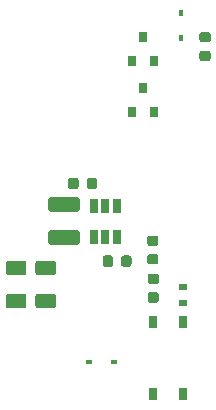
<source format=gtp>
G04 #@! TF.GenerationSoftware,KiCad,Pcbnew,5.1.5+dfsg1-2build2*
G04 #@! TF.CreationDate,2022-10-24T00:29:02+02:00*
G04 #@! TF.ProjectId,MBus_to_radio,4d427573-5f74-46f5-9f72-6164696f2e6b,rev?*
G04 #@! TF.SameCoordinates,Original*
G04 #@! TF.FileFunction,Paste,Top*
G04 #@! TF.FilePolarity,Positive*
%FSLAX46Y46*%
G04 Gerber Fmt 4.6, Leading zero omitted, Abs format (unit mm)*
G04 Created by KiCad (PCBNEW 5.1.5+dfsg1-2build2) date 2022-10-24 00:29:02*
%MOMM*%
%LPD*%
G04 APERTURE LIST*
%ADD10R,0.650000X1.220000*%
%ADD11C,0.100000*%
%ADD12R,0.800000X0.900000*%
%ADD13R,0.450000X0.600000*%
%ADD14R,0.700000X0.600000*%
%ADD15R,0.600000X0.450000*%
%ADD16R,0.800000X1.000000*%
G04 APERTURE END LIST*
D10*
X108041400Y-90017600D03*
X108991400Y-90017600D03*
X109941400Y-90017600D03*
X109941400Y-92637600D03*
X108991400Y-92637600D03*
X108041400Y-92637600D03*
D11*
G36*
X113282291Y-94076953D02*
G01*
X113303526Y-94080103D01*
X113324350Y-94085319D01*
X113344562Y-94092551D01*
X113363968Y-94101730D01*
X113382381Y-94112766D01*
X113399624Y-94125554D01*
X113415530Y-94139970D01*
X113429946Y-94155876D01*
X113442734Y-94173119D01*
X113453770Y-94191532D01*
X113462949Y-94210938D01*
X113470181Y-94231150D01*
X113475397Y-94251974D01*
X113478547Y-94273209D01*
X113479600Y-94294650D01*
X113479600Y-94732150D01*
X113478547Y-94753591D01*
X113475397Y-94774826D01*
X113470181Y-94795650D01*
X113462949Y-94815862D01*
X113453770Y-94835268D01*
X113442734Y-94853681D01*
X113429946Y-94870924D01*
X113415530Y-94886830D01*
X113399624Y-94901246D01*
X113382381Y-94914034D01*
X113363968Y-94925070D01*
X113344562Y-94934249D01*
X113324350Y-94941481D01*
X113303526Y-94946697D01*
X113282291Y-94949847D01*
X113260850Y-94950900D01*
X112748350Y-94950900D01*
X112726909Y-94949847D01*
X112705674Y-94946697D01*
X112684850Y-94941481D01*
X112664638Y-94934249D01*
X112645232Y-94925070D01*
X112626819Y-94914034D01*
X112609576Y-94901246D01*
X112593670Y-94886830D01*
X112579254Y-94870924D01*
X112566466Y-94853681D01*
X112555430Y-94835268D01*
X112546251Y-94815862D01*
X112539019Y-94795650D01*
X112533803Y-94774826D01*
X112530653Y-94753591D01*
X112529600Y-94732150D01*
X112529600Y-94294650D01*
X112530653Y-94273209D01*
X112533803Y-94251974D01*
X112539019Y-94231150D01*
X112546251Y-94210938D01*
X112555430Y-94191532D01*
X112566466Y-94173119D01*
X112579254Y-94155876D01*
X112593670Y-94139970D01*
X112609576Y-94125554D01*
X112626819Y-94112766D01*
X112645232Y-94101730D01*
X112664638Y-94092551D01*
X112684850Y-94085319D01*
X112705674Y-94080103D01*
X112726909Y-94076953D01*
X112748350Y-94075900D01*
X113260850Y-94075900D01*
X113282291Y-94076953D01*
G37*
G36*
X113282291Y-92501953D02*
G01*
X113303526Y-92505103D01*
X113324350Y-92510319D01*
X113344562Y-92517551D01*
X113363968Y-92526730D01*
X113382381Y-92537766D01*
X113399624Y-92550554D01*
X113415530Y-92564970D01*
X113429946Y-92580876D01*
X113442734Y-92598119D01*
X113453770Y-92616532D01*
X113462949Y-92635938D01*
X113470181Y-92656150D01*
X113475397Y-92676974D01*
X113478547Y-92698209D01*
X113479600Y-92719650D01*
X113479600Y-93157150D01*
X113478547Y-93178591D01*
X113475397Y-93199826D01*
X113470181Y-93220650D01*
X113462949Y-93240862D01*
X113453770Y-93260268D01*
X113442734Y-93278681D01*
X113429946Y-93295924D01*
X113415530Y-93311830D01*
X113399624Y-93326246D01*
X113382381Y-93339034D01*
X113363968Y-93350070D01*
X113344562Y-93359249D01*
X113324350Y-93366481D01*
X113303526Y-93371697D01*
X113282291Y-93374847D01*
X113260850Y-93375900D01*
X112748350Y-93375900D01*
X112726909Y-93374847D01*
X112705674Y-93371697D01*
X112684850Y-93366481D01*
X112664638Y-93359249D01*
X112645232Y-93350070D01*
X112626819Y-93339034D01*
X112609576Y-93326246D01*
X112593670Y-93311830D01*
X112579254Y-93295924D01*
X112566466Y-93278681D01*
X112555430Y-93260268D01*
X112546251Y-93240862D01*
X112539019Y-93220650D01*
X112533803Y-93199826D01*
X112530653Y-93178591D01*
X112529600Y-93157150D01*
X112529600Y-92719650D01*
X112530653Y-92698209D01*
X112533803Y-92676974D01*
X112539019Y-92656150D01*
X112546251Y-92635938D01*
X112555430Y-92616532D01*
X112566466Y-92598119D01*
X112579254Y-92580876D01*
X112593670Y-92564970D01*
X112609576Y-92550554D01*
X112626819Y-92537766D01*
X112645232Y-92526730D01*
X112664638Y-92517551D01*
X112684850Y-92510319D01*
X112705674Y-92505103D01*
X112726909Y-92501953D01*
X112748350Y-92500900D01*
X113260850Y-92500900D01*
X113282291Y-92501953D01*
G37*
G36*
X113307691Y-97302753D02*
G01*
X113328926Y-97305903D01*
X113349750Y-97311119D01*
X113369962Y-97318351D01*
X113389368Y-97327530D01*
X113407781Y-97338566D01*
X113425024Y-97351354D01*
X113440930Y-97365770D01*
X113455346Y-97381676D01*
X113468134Y-97398919D01*
X113479170Y-97417332D01*
X113488349Y-97436738D01*
X113495581Y-97456950D01*
X113500797Y-97477774D01*
X113503947Y-97499009D01*
X113505000Y-97520450D01*
X113505000Y-97957950D01*
X113503947Y-97979391D01*
X113500797Y-98000626D01*
X113495581Y-98021450D01*
X113488349Y-98041662D01*
X113479170Y-98061068D01*
X113468134Y-98079481D01*
X113455346Y-98096724D01*
X113440930Y-98112630D01*
X113425024Y-98127046D01*
X113407781Y-98139834D01*
X113389368Y-98150870D01*
X113369962Y-98160049D01*
X113349750Y-98167281D01*
X113328926Y-98172497D01*
X113307691Y-98175647D01*
X113286250Y-98176700D01*
X112773750Y-98176700D01*
X112752309Y-98175647D01*
X112731074Y-98172497D01*
X112710250Y-98167281D01*
X112690038Y-98160049D01*
X112670632Y-98150870D01*
X112652219Y-98139834D01*
X112634976Y-98127046D01*
X112619070Y-98112630D01*
X112604654Y-98096724D01*
X112591866Y-98079481D01*
X112580830Y-98061068D01*
X112571651Y-98041662D01*
X112564419Y-98021450D01*
X112559203Y-98000626D01*
X112556053Y-97979391D01*
X112555000Y-97957950D01*
X112555000Y-97520450D01*
X112556053Y-97499009D01*
X112559203Y-97477774D01*
X112564419Y-97456950D01*
X112571651Y-97436738D01*
X112580830Y-97417332D01*
X112591866Y-97398919D01*
X112604654Y-97381676D01*
X112619070Y-97365770D01*
X112634976Y-97351354D01*
X112652219Y-97338566D01*
X112670632Y-97327530D01*
X112690038Y-97318351D01*
X112710250Y-97311119D01*
X112731074Y-97305903D01*
X112752309Y-97302753D01*
X112773750Y-97301700D01*
X113286250Y-97301700D01*
X113307691Y-97302753D01*
G37*
G36*
X113307691Y-95727753D02*
G01*
X113328926Y-95730903D01*
X113349750Y-95736119D01*
X113369962Y-95743351D01*
X113389368Y-95752530D01*
X113407781Y-95763566D01*
X113425024Y-95776354D01*
X113440930Y-95790770D01*
X113455346Y-95806676D01*
X113468134Y-95823919D01*
X113479170Y-95842332D01*
X113488349Y-95861738D01*
X113495581Y-95881950D01*
X113500797Y-95902774D01*
X113503947Y-95924009D01*
X113505000Y-95945450D01*
X113505000Y-96382950D01*
X113503947Y-96404391D01*
X113500797Y-96425626D01*
X113495581Y-96446450D01*
X113488349Y-96466662D01*
X113479170Y-96486068D01*
X113468134Y-96504481D01*
X113455346Y-96521724D01*
X113440930Y-96537630D01*
X113425024Y-96552046D01*
X113407781Y-96564834D01*
X113389368Y-96575870D01*
X113369962Y-96585049D01*
X113349750Y-96592281D01*
X113328926Y-96597497D01*
X113307691Y-96600647D01*
X113286250Y-96601700D01*
X112773750Y-96601700D01*
X112752309Y-96600647D01*
X112731074Y-96597497D01*
X112710250Y-96592281D01*
X112690038Y-96585049D01*
X112670632Y-96575870D01*
X112652219Y-96564834D01*
X112634976Y-96552046D01*
X112619070Y-96537630D01*
X112604654Y-96521724D01*
X112591866Y-96504481D01*
X112580830Y-96486068D01*
X112571651Y-96466662D01*
X112564419Y-96446450D01*
X112559203Y-96425626D01*
X112556053Y-96404391D01*
X112555000Y-96382950D01*
X112555000Y-95945450D01*
X112556053Y-95924009D01*
X112559203Y-95902774D01*
X112564419Y-95881950D01*
X112571651Y-95861738D01*
X112580830Y-95842332D01*
X112591866Y-95823919D01*
X112604654Y-95806676D01*
X112619070Y-95790770D01*
X112634976Y-95776354D01*
X112652219Y-95763566D01*
X112670632Y-95752530D01*
X112690038Y-95743351D01*
X112710250Y-95736119D01*
X112731074Y-95730903D01*
X112752309Y-95727753D01*
X112773750Y-95726700D01*
X113286250Y-95726700D01*
X113307691Y-95727753D01*
G37*
D12*
X112179100Y-80000600D03*
X113129100Y-82000600D03*
X111229100Y-82000600D03*
X112179100Y-75704700D03*
X113129100Y-77704700D03*
X111229100Y-77704700D03*
D11*
G36*
X106573004Y-92035404D02*
G01*
X106597273Y-92039004D01*
X106621071Y-92044965D01*
X106644171Y-92053230D01*
X106666349Y-92063720D01*
X106687393Y-92076333D01*
X106707098Y-92090947D01*
X106725277Y-92107423D01*
X106741753Y-92125602D01*
X106756367Y-92145307D01*
X106768980Y-92166351D01*
X106779470Y-92188529D01*
X106787735Y-92211629D01*
X106793696Y-92235427D01*
X106797296Y-92259696D01*
X106798500Y-92284200D01*
X106798500Y-93034200D01*
X106797296Y-93058704D01*
X106793696Y-93082973D01*
X106787735Y-93106771D01*
X106779470Y-93129871D01*
X106768980Y-93152049D01*
X106756367Y-93173093D01*
X106741753Y-93192798D01*
X106725277Y-93210977D01*
X106707098Y-93227453D01*
X106687393Y-93242067D01*
X106666349Y-93254680D01*
X106644171Y-93265170D01*
X106621071Y-93273435D01*
X106597273Y-93279396D01*
X106573004Y-93282996D01*
X106548500Y-93284200D01*
X104398500Y-93284200D01*
X104373996Y-93282996D01*
X104349727Y-93279396D01*
X104325929Y-93273435D01*
X104302829Y-93265170D01*
X104280651Y-93254680D01*
X104259607Y-93242067D01*
X104239902Y-93227453D01*
X104221723Y-93210977D01*
X104205247Y-93192798D01*
X104190633Y-93173093D01*
X104178020Y-93152049D01*
X104167530Y-93129871D01*
X104159265Y-93106771D01*
X104153304Y-93082973D01*
X104149704Y-93058704D01*
X104148500Y-93034200D01*
X104148500Y-92284200D01*
X104149704Y-92259696D01*
X104153304Y-92235427D01*
X104159265Y-92211629D01*
X104167530Y-92188529D01*
X104178020Y-92166351D01*
X104190633Y-92145307D01*
X104205247Y-92125602D01*
X104221723Y-92107423D01*
X104239902Y-92090947D01*
X104259607Y-92076333D01*
X104280651Y-92063720D01*
X104302829Y-92053230D01*
X104325929Y-92044965D01*
X104349727Y-92039004D01*
X104373996Y-92035404D01*
X104398500Y-92034200D01*
X106548500Y-92034200D01*
X106573004Y-92035404D01*
G37*
G36*
X106573004Y-89235404D02*
G01*
X106597273Y-89239004D01*
X106621071Y-89244965D01*
X106644171Y-89253230D01*
X106666349Y-89263720D01*
X106687393Y-89276333D01*
X106707098Y-89290947D01*
X106725277Y-89307423D01*
X106741753Y-89325602D01*
X106756367Y-89345307D01*
X106768980Y-89366351D01*
X106779470Y-89388529D01*
X106787735Y-89411629D01*
X106793696Y-89435427D01*
X106797296Y-89459696D01*
X106798500Y-89484200D01*
X106798500Y-90234200D01*
X106797296Y-90258704D01*
X106793696Y-90282973D01*
X106787735Y-90306771D01*
X106779470Y-90329871D01*
X106768980Y-90352049D01*
X106756367Y-90373093D01*
X106741753Y-90392798D01*
X106725277Y-90410977D01*
X106707098Y-90427453D01*
X106687393Y-90442067D01*
X106666349Y-90454680D01*
X106644171Y-90465170D01*
X106621071Y-90473435D01*
X106597273Y-90479396D01*
X106573004Y-90482996D01*
X106548500Y-90484200D01*
X104398500Y-90484200D01*
X104373996Y-90482996D01*
X104349727Y-90479396D01*
X104325929Y-90473435D01*
X104302829Y-90465170D01*
X104280651Y-90454680D01*
X104259607Y-90442067D01*
X104239902Y-90427453D01*
X104221723Y-90410977D01*
X104205247Y-90392798D01*
X104190633Y-90373093D01*
X104178020Y-90352049D01*
X104167530Y-90329871D01*
X104159265Y-90306771D01*
X104153304Y-90282973D01*
X104149704Y-90258704D01*
X104148500Y-90234200D01*
X104148500Y-89484200D01*
X104149704Y-89459696D01*
X104153304Y-89435427D01*
X104159265Y-89411629D01*
X104167530Y-89388529D01*
X104178020Y-89366351D01*
X104190633Y-89345307D01*
X104205247Y-89325602D01*
X104221723Y-89307423D01*
X104239902Y-89290947D01*
X104259607Y-89276333D01*
X104280651Y-89263720D01*
X104302829Y-89253230D01*
X104325929Y-89244965D01*
X104349727Y-89239004D01*
X104373996Y-89235404D01*
X104398500Y-89234200D01*
X106548500Y-89234200D01*
X106573004Y-89235404D01*
G37*
D13*
X115417600Y-73638700D03*
X115417600Y-75738700D03*
D14*
X115544600Y-98221800D03*
X115544600Y-96821800D03*
D15*
X109711200Y-103238300D03*
X107611200Y-103238300D03*
D16*
X113030000Y-99795000D03*
X115570000Y-99795000D03*
X115570000Y-105945000D03*
X113030000Y-105945000D03*
D11*
G36*
X117701891Y-75280953D02*
G01*
X117723126Y-75284103D01*
X117743950Y-75289319D01*
X117764162Y-75296551D01*
X117783568Y-75305730D01*
X117801981Y-75316766D01*
X117819224Y-75329554D01*
X117835130Y-75343970D01*
X117849546Y-75359876D01*
X117862334Y-75377119D01*
X117873370Y-75395532D01*
X117882549Y-75414938D01*
X117889781Y-75435150D01*
X117894997Y-75455974D01*
X117898147Y-75477209D01*
X117899200Y-75498650D01*
X117899200Y-75936150D01*
X117898147Y-75957591D01*
X117894997Y-75978826D01*
X117889781Y-75999650D01*
X117882549Y-76019862D01*
X117873370Y-76039268D01*
X117862334Y-76057681D01*
X117849546Y-76074924D01*
X117835130Y-76090830D01*
X117819224Y-76105246D01*
X117801981Y-76118034D01*
X117783568Y-76129070D01*
X117764162Y-76138249D01*
X117743950Y-76145481D01*
X117723126Y-76150697D01*
X117701891Y-76153847D01*
X117680450Y-76154900D01*
X117167950Y-76154900D01*
X117146509Y-76153847D01*
X117125274Y-76150697D01*
X117104450Y-76145481D01*
X117084238Y-76138249D01*
X117064832Y-76129070D01*
X117046419Y-76118034D01*
X117029176Y-76105246D01*
X117013270Y-76090830D01*
X116998854Y-76074924D01*
X116986066Y-76057681D01*
X116975030Y-76039268D01*
X116965851Y-76019862D01*
X116958619Y-75999650D01*
X116953403Y-75978826D01*
X116950253Y-75957591D01*
X116949200Y-75936150D01*
X116949200Y-75498650D01*
X116950253Y-75477209D01*
X116953403Y-75455974D01*
X116958619Y-75435150D01*
X116965851Y-75414938D01*
X116975030Y-75395532D01*
X116986066Y-75377119D01*
X116998854Y-75359876D01*
X117013270Y-75343970D01*
X117029176Y-75329554D01*
X117046419Y-75316766D01*
X117064832Y-75305730D01*
X117084238Y-75296551D01*
X117104450Y-75289319D01*
X117125274Y-75284103D01*
X117146509Y-75280953D01*
X117167950Y-75279900D01*
X117680450Y-75279900D01*
X117701891Y-75280953D01*
G37*
G36*
X117701891Y-76855953D02*
G01*
X117723126Y-76859103D01*
X117743950Y-76864319D01*
X117764162Y-76871551D01*
X117783568Y-76880730D01*
X117801981Y-76891766D01*
X117819224Y-76904554D01*
X117835130Y-76918970D01*
X117849546Y-76934876D01*
X117862334Y-76952119D01*
X117873370Y-76970532D01*
X117882549Y-76989938D01*
X117889781Y-77010150D01*
X117894997Y-77030974D01*
X117898147Y-77052209D01*
X117899200Y-77073650D01*
X117899200Y-77511150D01*
X117898147Y-77532591D01*
X117894997Y-77553826D01*
X117889781Y-77574650D01*
X117882549Y-77594862D01*
X117873370Y-77614268D01*
X117862334Y-77632681D01*
X117849546Y-77649924D01*
X117835130Y-77665830D01*
X117819224Y-77680246D01*
X117801981Y-77693034D01*
X117783568Y-77704070D01*
X117764162Y-77713249D01*
X117743950Y-77720481D01*
X117723126Y-77725697D01*
X117701891Y-77728847D01*
X117680450Y-77729900D01*
X117167950Y-77729900D01*
X117146509Y-77728847D01*
X117125274Y-77725697D01*
X117104450Y-77720481D01*
X117084238Y-77713249D01*
X117064832Y-77704070D01*
X117046419Y-77693034D01*
X117029176Y-77680246D01*
X117013270Y-77665830D01*
X116998854Y-77649924D01*
X116986066Y-77632681D01*
X116975030Y-77614268D01*
X116965851Y-77594862D01*
X116958619Y-77574650D01*
X116953403Y-77553826D01*
X116950253Y-77532591D01*
X116949200Y-77511150D01*
X116949200Y-77073650D01*
X116950253Y-77052209D01*
X116953403Y-77030974D01*
X116958619Y-77010150D01*
X116965851Y-76989938D01*
X116975030Y-76970532D01*
X116986066Y-76952119D01*
X116998854Y-76934876D01*
X117013270Y-76918970D01*
X117029176Y-76904554D01*
X117046419Y-76891766D01*
X117064832Y-76880730D01*
X117084238Y-76871551D01*
X117104450Y-76864319D01*
X117125274Y-76859103D01*
X117146509Y-76855953D01*
X117167950Y-76854900D01*
X117680450Y-76854900D01*
X117701891Y-76855953D01*
G37*
G36*
X104586304Y-97420204D02*
G01*
X104610573Y-97423804D01*
X104634371Y-97429765D01*
X104657471Y-97438030D01*
X104679649Y-97448520D01*
X104700693Y-97461133D01*
X104720398Y-97475747D01*
X104738577Y-97492223D01*
X104755053Y-97510402D01*
X104769667Y-97530107D01*
X104782280Y-97551151D01*
X104792770Y-97573329D01*
X104801035Y-97596429D01*
X104806996Y-97620227D01*
X104810596Y-97644496D01*
X104811800Y-97669000D01*
X104811800Y-98419000D01*
X104810596Y-98443504D01*
X104806996Y-98467773D01*
X104801035Y-98491571D01*
X104792770Y-98514671D01*
X104782280Y-98536849D01*
X104769667Y-98557893D01*
X104755053Y-98577598D01*
X104738577Y-98595777D01*
X104720398Y-98612253D01*
X104700693Y-98626867D01*
X104679649Y-98639480D01*
X104657471Y-98649970D01*
X104634371Y-98658235D01*
X104610573Y-98664196D01*
X104586304Y-98667796D01*
X104561800Y-98669000D01*
X103311800Y-98669000D01*
X103287296Y-98667796D01*
X103263027Y-98664196D01*
X103239229Y-98658235D01*
X103216129Y-98649970D01*
X103193951Y-98639480D01*
X103172907Y-98626867D01*
X103153202Y-98612253D01*
X103135023Y-98595777D01*
X103118547Y-98577598D01*
X103103933Y-98557893D01*
X103091320Y-98536849D01*
X103080830Y-98514671D01*
X103072565Y-98491571D01*
X103066604Y-98467773D01*
X103063004Y-98443504D01*
X103061800Y-98419000D01*
X103061800Y-97669000D01*
X103063004Y-97644496D01*
X103066604Y-97620227D01*
X103072565Y-97596429D01*
X103080830Y-97573329D01*
X103091320Y-97551151D01*
X103103933Y-97530107D01*
X103118547Y-97510402D01*
X103135023Y-97492223D01*
X103153202Y-97475747D01*
X103172907Y-97461133D01*
X103193951Y-97448520D01*
X103216129Y-97438030D01*
X103239229Y-97429765D01*
X103263027Y-97423804D01*
X103287296Y-97420204D01*
X103311800Y-97419000D01*
X104561800Y-97419000D01*
X104586304Y-97420204D01*
G37*
G36*
X104586304Y-94620204D02*
G01*
X104610573Y-94623804D01*
X104634371Y-94629765D01*
X104657471Y-94638030D01*
X104679649Y-94648520D01*
X104700693Y-94661133D01*
X104720398Y-94675747D01*
X104738577Y-94692223D01*
X104755053Y-94710402D01*
X104769667Y-94730107D01*
X104782280Y-94751151D01*
X104792770Y-94773329D01*
X104801035Y-94796429D01*
X104806996Y-94820227D01*
X104810596Y-94844496D01*
X104811800Y-94869000D01*
X104811800Y-95619000D01*
X104810596Y-95643504D01*
X104806996Y-95667773D01*
X104801035Y-95691571D01*
X104792770Y-95714671D01*
X104782280Y-95736849D01*
X104769667Y-95757893D01*
X104755053Y-95777598D01*
X104738577Y-95795777D01*
X104720398Y-95812253D01*
X104700693Y-95826867D01*
X104679649Y-95839480D01*
X104657471Y-95849970D01*
X104634371Y-95858235D01*
X104610573Y-95864196D01*
X104586304Y-95867796D01*
X104561800Y-95869000D01*
X103311800Y-95869000D01*
X103287296Y-95867796D01*
X103263027Y-95864196D01*
X103239229Y-95858235D01*
X103216129Y-95849970D01*
X103193951Y-95839480D01*
X103172907Y-95826867D01*
X103153202Y-95812253D01*
X103135023Y-95795777D01*
X103118547Y-95777598D01*
X103103933Y-95757893D01*
X103091320Y-95736849D01*
X103080830Y-95714671D01*
X103072565Y-95691571D01*
X103066604Y-95667773D01*
X103063004Y-95643504D01*
X103061800Y-95619000D01*
X103061800Y-94869000D01*
X103063004Y-94844496D01*
X103066604Y-94820227D01*
X103072565Y-94796429D01*
X103080830Y-94773329D01*
X103091320Y-94751151D01*
X103103933Y-94730107D01*
X103118547Y-94710402D01*
X103135023Y-94692223D01*
X103153202Y-94675747D01*
X103172907Y-94661133D01*
X103193951Y-94648520D01*
X103216129Y-94638030D01*
X103239229Y-94629765D01*
X103263027Y-94623804D01*
X103287296Y-94620204D01*
X103311800Y-94619000D01*
X104561800Y-94619000D01*
X104586304Y-94620204D01*
G37*
G36*
X102071704Y-97420204D02*
G01*
X102095973Y-97423804D01*
X102119771Y-97429765D01*
X102142871Y-97438030D01*
X102165049Y-97448520D01*
X102186093Y-97461133D01*
X102205798Y-97475747D01*
X102223977Y-97492223D01*
X102240453Y-97510402D01*
X102255067Y-97530107D01*
X102267680Y-97551151D01*
X102278170Y-97573329D01*
X102286435Y-97596429D01*
X102292396Y-97620227D01*
X102295996Y-97644496D01*
X102297200Y-97669000D01*
X102297200Y-98419000D01*
X102295996Y-98443504D01*
X102292396Y-98467773D01*
X102286435Y-98491571D01*
X102278170Y-98514671D01*
X102267680Y-98536849D01*
X102255067Y-98557893D01*
X102240453Y-98577598D01*
X102223977Y-98595777D01*
X102205798Y-98612253D01*
X102186093Y-98626867D01*
X102165049Y-98639480D01*
X102142871Y-98649970D01*
X102119771Y-98658235D01*
X102095973Y-98664196D01*
X102071704Y-98667796D01*
X102047200Y-98669000D01*
X100797200Y-98669000D01*
X100772696Y-98667796D01*
X100748427Y-98664196D01*
X100724629Y-98658235D01*
X100701529Y-98649970D01*
X100679351Y-98639480D01*
X100658307Y-98626867D01*
X100638602Y-98612253D01*
X100620423Y-98595777D01*
X100603947Y-98577598D01*
X100589333Y-98557893D01*
X100576720Y-98536849D01*
X100566230Y-98514671D01*
X100557965Y-98491571D01*
X100552004Y-98467773D01*
X100548404Y-98443504D01*
X100547200Y-98419000D01*
X100547200Y-97669000D01*
X100548404Y-97644496D01*
X100552004Y-97620227D01*
X100557965Y-97596429D01*
X100566230Y-97573329D01*
X100576720Y-97551151D01*
X100589333Y-97530107D01*
X100603947Y-97510402D01*
X100620423Y-97492223D01*
X100638602Y-97475747D01*
X100658307Y-97461133D01*
X100679351Y-97448520D01*
X100701529Y-97438030D01*
X100724629Y-97429765D01*
X100748427Y-97423804D01*
X100772696Y-97420204D01*
X100797200Y-97419000D01*
X102047200Y-97419000D01*
X102071704Y-97420204D01*
G37*
G36*
X102071704Y-94620204D02*
G01*
X102095973Y-94623804D01*
X102119771Y-94629765D01*
X102142871Y-94638030D01*
X102165049Y-94648520D01*
X102186093Y-94661133D01*
X102205798Y-94675747D01*
X102223977Y-94692223D01*
X102240453Y-94710402D01*
X102255067Y-94730107D01*
X102267680Y-94751151D01*
X102278170Y-94773329D01*
X102286435Y-94796429D01*
X102292396Y-94820227D01*
X102295996Y-94844496D01*
X102297200Y-94869000D01*
X102297200Y-95619000D01*
X102295996Y-95643504D01*
X102292396Y-95667773D01*
X102286435Y-95691571D01*
X102278170Y-95714671D01*
X102267680Y-95736849D01*
X102255067Y-95757893D01*
X102240453Y-95777598D01*
X102223977Y-95795777D01*
X102205798Y-95812253D01*
X102186093Y-95826867D01*
X102165049Y-95839480D01*
X102142871Y-95849970D01*
X102119771Y-95858235D01*
X102095973Y-95864196D01*
X102071704Y-95867796D01*
X102047200Y-95869000D01*
X100797200Y-95869000D01*
X100772696Y-95867796D01*
X100748427Y-95864196D01*
X100724629Y-95858235D01*
X100701529Y-95849970D01*
X100679351Y-95839480D01*
X100658307Y-95826867D01*
X100638602Y-95812253D01*
X100620423Y-95795777D01*
X100603947Y-95777598D01*
X100589333Y-95757893D01*
X100576720Y-95736849D01*
X100566230Y-95714671D01*
X100557965Y-95691571D01*
X100552004Y-95667773D01*
X100548404Y-95643504D01*
X100547200Y-95619000D01*
X100547200Y-94869000D01*
X100548404Y-94844496D01*
X100552004Y-94820227D01*
X100557965Y-94796429D01*
X100566230Y-94773329D01*
X100576720Y-94751151D01*
X100589333Y-94730107D01*
X100603947Y-94710402D01*
X100620423Y-94692223D01*
X100638602Y-94675747D01*
X100658307Y-94661133D01*
X100679351Y-94648520D01*
X100701529Y-94638030D01*
X100724629Y-94629765D01*
X100748427Y-94623804D01*
X100772696Y-94620204D01*
X100797200Y-94619000D01*
X102047200Y-94619000D01*
X102071704Y-94620204D01*
G37*
G36*
X106513791Y-87613253D02*
G01*
X106535026Y-87616403D01*
X106555850Y-87621619D01*
X106576062Y-87628851D01*
X106595468Y-87638030D01*
X106613881Y-87649066D01*
X106631124Y-87661854D01*
X106647030Y-87676270D01*
X106661446Y-87692176D01*
X106674234Y-87709419D01*
X106685270Y-87727832D01*
X106694449Y-87747238D01*
X106701681Y-87767450D01*
X106706897Y-87788274D01*
X106710047Y-87809509D01*
X106711100Y-87830950D01*
X106711100Y-88343450D01*
X106710047Y-88364891D01*
X106706897Y-88386126D01*
X106701681Y-88406950D01*
X106694449Y-88427162D01*
X106685270Y-88446568D01*
X106674234Y-88464981D01*
X106661446Y-88482224D01*
X106647030Y-88498130D01*
X106631124Y-88512546D01*
X106613881Y-88525334D01*
X106595468Y-88536370D01*
X106576062Y-88545549D01*
X106555850Y-88552781D01*
X106535026Y-88557997D01*
X106513791Y-88561147D01*
X106492350Y-88562200D01*
X106054850Y-88562200D01*
X106033409Y-88561147D01*
X106012174Y-88557997D01*
X105991350Y-88552781D01*
X105971138Y-88545549D01*
X105951732Y-88536370D01*
X105933319Y-88525334D01*
X105916076Y-88512546D01*
X105900170Y-88498130D01*
X105885754Y-88482224D01*
X105872966Y-88464981D01*
X105861930Y-88446568D01*
X105852751Y-88427162D01*
X105845519Y-88406950D01*
X105840303Y-88386126D01*
X105837153Y-88364891D01*
X105836100Y-88343450D01*
X105836100Y-87830950D01*
X105837153Y-87809509D01*
X105840303Y-87788274D01*
X105845519Y-87767450D01*
X105852751Y-87747238D01*
X105861930Y-87727832D01*
X105872966Y-87709419D01*
X105885754Y-87692176D01*
X105900170Y-87676270D01*
X105916076Y-87661854D01*
X105933319Y-87649066D01*
X105951732Y-87638030D01*
X105971138Y-87628851D01*
X105991350Y-87621619D01*
X106012174Y-87616403D01*
X106033409Y-87613253D01*
X106054850Y-87612200D01*
X106492350Y-87612200D01*
X106513791Y-87613253D01*
G37*
G36*
X108088791Y-87613253D02*
G01*
X108110026Y-87616403D01*
X108130850Y-87621619D01*
X108151062Y-87628851D01*
X108170468Y-87638030D01*
X108188881Y-87649066D01*
X108206124Y-87661854D01*
X108222030Y-87676270D01*
X108236446Y-87692176D01*
X108249234Y-87709419D01*
X108260270Y-87727832D01*
X108269449Y-87747238D01*
X108276681Y-87767450D01*
X108281897Y-87788274D01*
X108285047Y-87809509D01*
X108286100Y-87830950D01*
X108286100Y-88343450D01*
X108285047Y-88364891D01*
X108281897Y-88386126D01*
X108276681Y-88406950D01*
X108269449Y-88427162D01*
X108260270Y-88446568D01*
X108249234Y-88464981D01*
X108236446Y-88482224D01*
X108222030Y-88498130D01*
X108206124Y-88512546D01*
X108188881Y-88525334D01*
X108170468Y-88536370D01*
X108151062Y-88545549D01*
X108130850Y-88552781D01*
X108110026Y-88557997D01*
X108088791Y-88561147D01*
X108067350Y-88562200D01*
X107629850Y-88562200D01*
X107608409Y-88561147D01*
X107587174Y-88557997D01*
X107566350Y-88552781D01*
X107546138Y-88545549D01*
X107526732Y-88536370D01*
X107508319Y-88525334D01*
X107491076Y-88512546D01*
X107475170Y-88498130D01*
X107460754Y-88482224D01*
X107447966Y-88464981D01*
X107436930Y-88446568D01*
X107427751Y-88427162D01*
X107420519Y-88406950D01*
X107415303Y-88386126D01*
X107412153Y-88364891D01*
X107411100Y-88343450D01*
X107411100Y-87830950D01*
X107412153Y-87809509D01*
X107415303Y-87788274D01*
X107420519Y-87767450D01*
X107427751Y-87747238D01*
X107436930Y-87727832D01*
X107447966Y-87709419D01*
X107460754Y-87692176D01*
X107475170Y-87676270D01*
X107491076Y-87661854D01*
X107508319Y-87649066D01*
X107526732Y-87638030D01*
X107546138Y-87628851D01*
X107566350Y-87621619D01*
X107587174Y-87616403D01*
X107608409Y-87613253D01*
X107629850Y-87612200D01*
X108067350Y-87612200D01*
X108088791Y-87613253D01*
G37*
G36*
X109422091Y-94191853D02*
G01*
X109443326Y-94195003D01*
X109464150Y-94200219D01*
X109484362Y-94207451D01*
X109503768Y-94216630D01*
X109522181Y-94227666D01*
X109539424Y-94240454D01*
X109555330Y-94254870D01*
X109569746Y-94270776D01*
X109582534Y-94288019D01*
X109593570Y-94306432D01*
X109602749Y-94325838D01*
X109609981Y-94346050D01*
X109615197Y-94366874D01*
X109618347Y-94388109D01*
X109619400Y-94409550D01*
X109619400Y-94922050D01*
X109618347Y-94943491D01*
X109615197Y-94964726D01*
X109609981Y-94985550D01*
X109602749Y-95005762D01*
X109593570Y-95025168D01*
X109582534Y-95043581D01*
X109569746Y-95060824D01*
X109555330Y-95076730D01*
X109539424Y-95091146D01*
X109522181Y-95103934D01*
X109503768Y-95114970D01*
X109484362Y-95124149D01*
X109464150Y-95131381D01*
X109443326Y-95136597D01*
X109422091Y-95139747D01*
X109400650Y-95140800D01*
X108963150Y-95140800D01*
X108941709Y-95139747D01*
X108920474Y-95136597D01*
X108899650Y-95131381D01*
X108879438Y-95124149D01*
X108860032Y-95114970D01*
X108841619Y-95103934D01*
X108824376Y-95091146D01*
X108808470Y-95076730D01*
X108794054Y-95060824D01*
X108781266Y-95043581D01*
X108770230Y-95025168D01*
X108761051Y-95005762D01*
X108753819Y-94985550D01*
X108748603Y-94964726D01*
X108745453Y-94943491D01*
X108744400Y-94922050D01*
X108744400Y-94409550D01*
X108745453Y-94388109D01*
X108748603Y-94366874D01*
X108753819Y-94346050D01*
X108761051Y-94325838D01*
X108770230Y-94306432D01*
X108781266Y-94288019D01*
X108794054Y-94270776D01*
X108808470Y-94254870D01*
X108824376Y-94240454D01*
X108841619Y-94227666D01*
X108860032Y-94216630D01*
X108879438Y-94207451D01*
X108899650Y-94200219D01*
X108920474Y-94195003D01*
X108941709Y-94191853D01*
X108963150Y-94190800D01*
X109400650Y-94190800D01*
X109422091Y-94191853D01*
G37*
G36*
X110997091Y-94191853D02*
G01*
X111018326Y-94195003D01*
X111039150Y-94200219D01*
X111059362Y-94207451D01*
X111078768Y-94216630D01*
X111097181Y-94227666D01*
X111114424Y-94240454D01*
X111130330Y-94254870D01*
X111144746Y-94270776D01*
X111157534Y-94288019D01*
X111168570Y-94306432D01*
X111177749Y-94325838D01*
X111184981Y-94346050D01*
X111190197Y-94366874D01*
X111193347Y-94388109D01*
X111194400Y-94409550D01*
X111194400Y-94922050D01*
X111193347Y-94943491D01*
X111190197Y-94964726D01*
X111184981Y-94985550D01*
X111177749Y-95005762D01*
X111168570Y-95025168D01*
X111157534Y-95043581D01*
X111144746Y-95060824D01*
X111130330Y-95076730D01*
X111114424Y-95091146D01*
X111097181Y-95103934D01*
X111078768Y-95114970D01*
X111059362Y-95124149D01*
X111039150Y-95131381D01*
X111018326Y-95136597D01*
X110997091Y-95139747D01*
X110975650Y-95140800D01*
X110538150Y-95140800D01*
X110516709Y-95139747D01*
X110495474Y-95136597D01*
X110474650Y-95131381D01*
X110454438Y-95124149D01*
X110435032Y-95114970D01*
X110416619Y-95103934D01*
X110399376Y-95091146D01*
X110383470Y-95076730D01*
X110369054Y-95060824D01*
X110356266Y-95043581D01*
X110345230Y-95025168D01*
X110336051Y-95005762D01*
X110328819Y-94985550D01*
X110323603Y-94964726D01*
X110320453Y-94943491D01*
X110319400Y-94922050D01*
X110319400Y-94409550D01*
X110320453Y-94388109D01*
X110323603Y-94366874D01*
X110328819Y-94346050D01*
X110336051Y-94325838D01*
X110345230Y-94306432D01*
X110356266Y-94288019D01*
X110369054Y-94270776D01*
X110383470Y-94254870D01*
X110399376Y-94240454D01*
X110416619Y-94227666D01*
X110435032Y-94216630D01*
X110454438Y-94207451D01*
X110474650Y-94200219D01*
X110495474Y-94195003D01*
X110516709Y-94191853D01*
X110538150Y-94190800D01*
X110975650Y-94190800D01*
X110997091Y-94191853D01*
G37*
M02*

</source>
